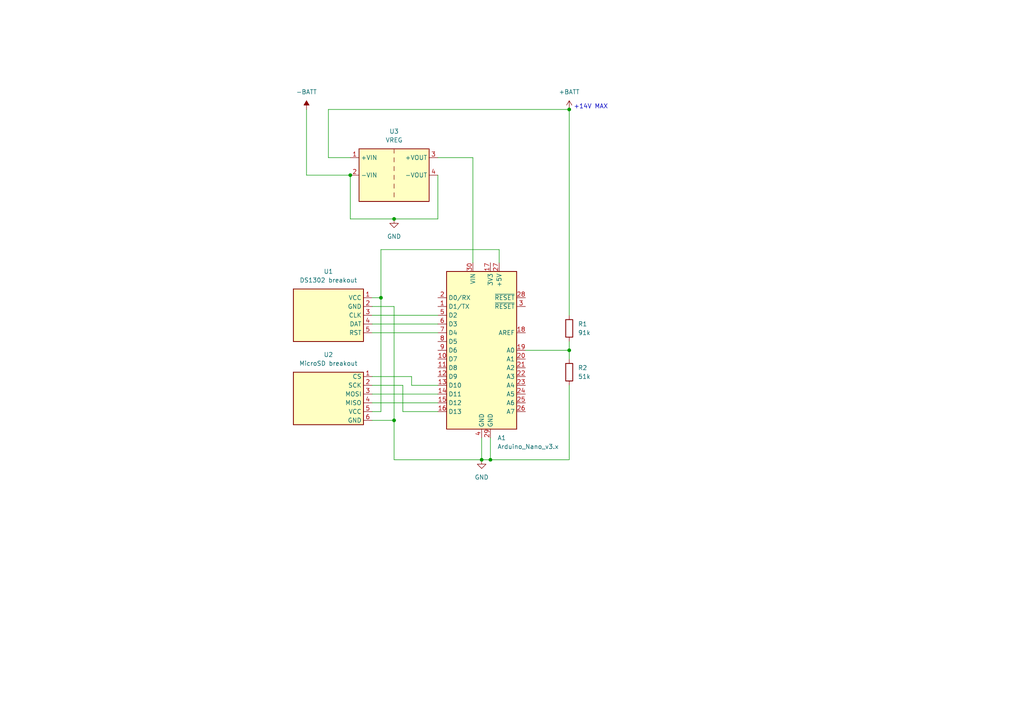
<source format=kicad_sch>
(kicad_sch (version 20211123) (generator eeschema)
  (paper "A4")
  (title_block (title "Automated battery voltage measurement system") (date "2022-04-06") (rev "1.0") (company "Purdue EPICS-SCAN"))
  (lib_symbols
    (symbol "Converter_DCDC:ISU0248S12"
      (property "Reference" "U?" (at 0 12.7 0))
      (property "Value" "ISU0248S12" (at 0 10.16 0))
      (symbol "ISU0248S12_0_1"
        (rectangle (start -10.16 7.62) (end 10.16 -7.62) (stroke (width 0.254)) (fill (type background)))
        (polyline (pts (xy 0 -5.08) (xy 0 -6.35)))
        (polyline (pts (xy 0 -2.54) (xy 0 -3.81)))
        (polyline (pts (xy 0 0) (xy 0 -1.27)))
        (polyline (pts (xy 0 2.54) (xy 0 1.27)))
        (polyline (pts (xy 0 5.08) (xy 0 3.81)))
        (polyline (pts (xy 0 7.62) (xy 0 6.35)))
      )
      (symbol "ISU0248S12_1_1"
        (pin power_in line (at -12.7 5.08 0) (length 2.54) (name "+VIN") (number "1"))
        (pin power_in line (at -12.7 0 0) (length 2.54) (name "-VIN") (number "2"))
        (pin power_out line (at 12.7 5.08 180) (length 2.54) (name "+VOUT") (number "3"))
        (pin power_out line (at 12.7 0 180) (length 2.54) (name "-VOUT") (number "4"))
        (pin no_connect line (at 10.16 -2.54 180) (length 2.54) hide (name "NC") (number "6"))
        (pin no_connect line (at 10.16 -5.08 180) (length 2.54) hide (name "NC") (number "7"))
      )
    )
    (symbol "DS1302+_1"
      (property "Reference" "U?" (at 0 12.7 0))
      (property "Value" "DS1302+_1" (at 0 10.16 0))
      (symbol "DS1302+_1_1_1"
        (rectangle (start -10.16 7.62) (end 10.16 -7.62) (stroke (width 0.254)) (fill (type background)))
        (pin input line (at -12.7 6.35 0) (length 2.54) (name "CS") (number "1"))
        (pin input line (at -12.7 3.81 0) (length 2.54) (name "SCK") (number "2"))
        (pin input line (at -12.7 1.27 0) (length 2.54) (name "MOSI") (number "3"))
        (pin input line (at -12.7 -1.27 0) (length 2.54) (name "MISO") (number "4"))
        (pin input line (at -12.7 -3.81 0) (length 2.54) (name "VCC") (number "5"))
        (pin power_in line (at -12.7 -6.35 0) (length 2.54) (name "GND") (number "6"))
      )
    )
    (symbol "Device:R" (pin_numbers hide) (pin_names (offset 0))
      (property "Reference" "R" (at 2.032 0 90))
      (property "Value" "R" (at 0 0 90))
      (symbol "R_0_1"
        (rectangle (start -1.016 -2.54) (end 1.016 2.54) (stroke (width 0.254)))
      )
      (symbol "R_1_1"
        (pin passive line (at 0 3.81 270) (length 1.27) (name "~") (number "1"))
        (pin passive line (at 0 -3.81 90) (length 1.27) (name "~") (number "2"))
      )
    )
    (symbol "MCU_Module:Arduino_Nano_v3.x"
      (property "Reference" "A" (at -10.16 23.495 0))
      (property "Value" "Arduino_Nano_v3.x" (at 5.08 -24.13 0))
      (symbol "Arduino_Nano_v3.x_0_1"
        (rectangle (start -10.16 22.86) (end 10.16 -22.86) (stroke (width 0.254)) (fill (type background)))
      )
      (symbol "Arduino_Nano_v3.x_1_1"
        (pin bidirectional line (at -12.7 12.7 0) (length 2.54) (name "D1/TX") (number "1"))
        (pin bidirectional line (at -12.7 -2.54 0) (length 2.54) (name "D7") (number "10"))
        (pin bidirectional line (at -12.7 -5.08 0) (length 2.54) (name "D8") (number "11"))
        (pin bidirectional line (at -12.7 -7.62 0) (length 2.54) (name "D9") (number "12"))
        (pin bidirectional line (at -12.7 -10.16 0) (length 2.54) (name "D10") (number "13"))
        (pin bidirectional line (at -12.7 -12.7 0) (length 2.54) (name "D11") (number "14"))
        (pin bidirectional line (at -12.7 -15.24 0) (length 2.54) (name "D12") (number "15"))
        (pin bidirectional line (at -12.7 -17.78 0) (length 2.54) (name "D13") (number "16"))
        (pin power_out line (at 2.54 25.4 270) (length 2.54) (name "3V3") (number "17"))
        (pin input line (at 12.7 5.08 180) (length 2.54) (name "AREF") (number "18"))
        (pin bidirectional line (at 12.7 0 180) (length 2.54) (name "A0") (number "19"))
        (pin bidirectional line (at -12.7 15.24 0) (length 2.54) (name "D0/RX") (number "2"))
        (pin bidirectional line (at 12.7 -2.54 180) (length 2.54) (name "A1") (number "20"))
        (pin bidirectional line (at 12.7 -5.08 180) (length 2.54) (name "A2") (number "21"))
        (pin bidirectional line (at 12.7 -7.62 180) (length 2.54) (name "A3") (number "22"))
        (pin bidirectional line (at 12.7 -10.16 180) (length 2.54) (name "A4") (number "23"))
        (pin bidirectional line (at 12.7 -12.7 180) (length 2.54) (name "A5") (number "24"))
        (pin bidirectional line (at 12.7 -15.24 180) (length 2.54) (name "A6") (number "25"))
        (pin bidirectional line (at 12.7 -17.78 180) (length 2.54) (name "A7") (number "26"))
        (pin power_out line (at 5.08 25.4 270) (length 2.54) (name "+5V") (number "27"))
        (pin input line (at 12.7 15.24 180) (length 2.54) (name "~{RESET}") (number "28"))
        (pin power_in line (at 2.54 -25.4 90) (length 2.54) (name "GND") (number "29"))
        (pin input line (at 12.7 12.7 180) (length 2.54) (name "~{RESET}") (number "3"))
        (pin power_in line (at -2.54 25.4 270) (length 2.54) (name "VIN") (number "30"))
        (pin power_in line (at 0 -25.4 90) (length 2.54) (name "GND") (number "4"))
        (pin bidirectional line (at -12.7 10.16 0) (length 2.54) (name "D2") (number "5"))
        (pin bidirectional line (at -12.7 7.62 0) (length 2.54) (name "D3") (number "6"))
        (pin bidirectional line (at -12.7 5.08 0) (length 2.54) (name "D4") (number "7"))
        (pin bidirectional line (at -12.7 2.54 0) (length 2.54) (name "D5") (number "8"))
        (pin bidirectional line (at -12.7 0 0) (length 2.54) (name "D6") (number "9"))
      )
    )
    (symbol "Timer_RTC:DS1302+"
      (property "Reference" "U?" (at 0 11.9507 0))
      (property "Value" "DS1302 breakout" (at 0 9.4107 0))
      (symbol "DS1302+_1_1"
        (rectangle (start -10.16 7.62) (end 10.16 -7.62) (stroke (width 0.254)) (fill (type background)))
        (pin power_in line (at -12.7 5.08 0) (length 2.54) (name "VCC") (number "1"))
        (pin power_in line (at -12.7 2.54 0) (length 2.54) (name "GND") (number "2"))
        (pin input line (at -12.7 0 0) (length 2.54) (name "CLK") (number "3"))
        (pin input line (at -12.7 -2.54 0) (length 2.54) (name "DAT") (number "4"))
        (pin input line (at -12.7 -5.08 0) (length 2.54) (name "RST") (number "5"))
      )
    )
    (symbol "power:+BATT" (power) (pin_names (offset 0))
      (property "Value" "+BATT" (at 0 3.556 0))
      (symbol "+BATT_0_1"
        (polyline (pts (xy -0.762 1.27) (xy 0 2.54)))
        (polyline (pts (xy 0 0) (xy 0 2.54)))
        (polyline (pts (xy 0 2.54) (xy 0.762 1.27)))
      )
      (symbol "+BATT_1_1"
        (pin power_in line (at 0 0 90) (length 0) hide (name "+BATT") (number "1"))
      )
    )
    (symbol "power:-BATT" (power) (pin_names (offset 0))
      (property "Value" "-BATT" (at 0 3.556 0))
      (symbol "-BATT_0_1"
        (polyline (pts (xy 0 0) (xy 0 2.54)))
        (polyline (pts (xy 0.762 1.27) (xy -0.762 1.27) (xy 0 2.54) (xy 0.762 1.27)) (fill (type outline)))
      )
      (symbol "-BATT_1_1"
        (pin power_in line (at 0 0 90) (length 0) hide (name "-BATT") (number "1"))
      )
    )
    (symbol "power:GND" (power) (pin_names (offset 0))
      (property "Value" "GND" (at 0 -3.81 0))
      (symbol "GND_0_1"
        (polyline (pts (xy 0 0) (xy 0 -1.27) (xy 1.27 -1.27) (xy 0 -2.54) (xy -1.27 -1.27) (xy 0 -1.27)))
      )
      (symbol "GND_1_1"
        (pin power_in line (at 0 0 270) (length 0) hide (name "GND") (number "1"))
      )
    )
  )
  (junction (at 165.1 31.75))
  (junction (at 165.1 101.6))
  (junction (at 101.6 50.8))
  (junction (at 142.24 133.35))
  (junction (at 114.3 63.5))
  (junction (at 110.49 86.36))
  (junction (at 114.3 121.92))
  (junction (at 139.7 133.35))
  (wire (pts (xy 101.6 63.5) (xy 114.3 63.5)))
  (wire (pts (xy 95.25 45.72) (xy 95.25 31.75)))
  (wire (pts (xy 116.84 111.76) (xy 116.84 119.38)))
  (wire (pts (xy 88.9 50.8) (xy 101.6 50.8)))
  (wire (pts (xy 165.1 111.76) (xy 165.1 133.35)))
  (wire (pts (xy 119.38 109.22) (xy 119.38 111.76)))
  (wire (pts (xy 114.3 88.9) (xy 114.3 121.92)))
  (wire (pts (xy 88.9 31.75) (xy 88.9 50.8)))
  (wire (pts (xy 107.95 121.92) (xy 114.3 121.92)))
  (wire (pts (xy 107.95 114.3) (xy 127 114.3)))
  (wire (pts (xy 110.49 119.38) (xy 110.49 86.36)))
  (wire (pts (xy 142.24 133.35) (xy 142.24 127)))
  (wire (pts (xy 107.95 88.9) (xy 114.3 88.9)))
  (wire (pts (xy 139.7 127) (xy 139.7 133.35)))
  (wire (pts (xy 165.1 99.06) (xy 165.1 101.6)))
  (wire (pts (xy 137.16 45.72) (xy 137.16 76.2)))
  (wire (pts (xy 107.95 111.76) (xy 116.84 111.76)))
  (wire (pts (xy 114.3 63.5) (xy 127 63.5)))
  (wire (pts (xy 114.3 133.35) (xy 139.7 133.35)))
  (wire (pts (xy 110.49 72.39) (xy 144.78 72.39)))
  (wire (pts (xy 165.1 31.75) (xy 165.1 91.44)))
  (wire (pts (xy 119.38 111.76) (xy 127 111.76)))
  (wire (pts (xy 95.25 45.72) (xy 101.6 45.72)))
  (wire (pts (xy 101.6 50.8) (xy 101.6 63.5)))
  (wire (pts (xy 139.7 133.35) (xy 142.24 133.35)))
  (wire (pts (xy 107.95 119.38) (xy 110.49 119.38)))
  (wire (pts (xy 165.1 101.6) (xy 165.1 104.14)))
  (wire (pts (xy 107.95 93.98) (xy 127 93.98)))
  (wire (pts (xy 114.3 121.92) (xy 114.3 133.35)))
  (wire (pts (xy 110.49 86.36) (xy 110.49 72.39)))
  (wire (pts (xy 107.95 86.36) (xy 110.49 86.36)))
  (wire (pts (xy 107.95 116.84) (xy 127 116.84)))
  (wire (pts (xy 116.84 119.38) (xy 127 119.38)))
  (wire (pts (xy 127 45.72) (xy 137.16 45.72)))
  (wire (pts (xy 127 63.5) (xy 127 50.8)))
  (wire (pts (xy 107.95 96.52) (xy 127 96.52)))
  (wire (pts (xy 107.95 109.22) (xy 119.38 109.22)))
  (wire (pts (xy 165.1 133.35) (xy 142.24 133.35)))
  (wire (pts (xy 152.4 101.6) (xy 165.1 101.6)))
  (wire (pts (xy 144.78 72.39) (xy 144.78 76.2)))
  (wire (pts (xy 107.95 91.44) (xy 127 91.44)))
  (wire (pts (xy 95.25 31.75) (xy 165.1 31.75)))
  (text "+14V MAX" (at 166.37 31.75 0) (effects (font (size 1.27 1.27)) (justify left bottom)))
  (symbol (lib_id "Timer_RTC:DS1302+") (at 95.25 91.44 0) (mirror y) (unit 1)
    (property "Reference" "U1" (at 95.25 78.74 0))
    (property "Value" "DS1302 breakout" (at 95.25 81.28 0))
    (property "Footprint" "Package_DIP:DIP-8_W7.62mm" (effects hide))
    (property "Datasheet" "https://datasheets.maximintegrated.com/en/ds/DS1302.pdf" (effects hide))
  )
  (symbol (lib_id "power:GND") (at 114.3 63.5 0) (unit 1)
    (property "Reference" "#PWR01" (effects hide))
    (property "Value" "GND" (at 114.3 68.58 0))
  )
  (symbol (lib_id "power:GND") (at 139.7 133.35 0) (unit 1)
    (property "Reference" "#PWR02" (effects hide))
    (property "Value" "GND" (at 139.7 138.43 0))
  )
  (symbol (lib_id "power:+BATT") (at 165.1 31.75 0) (unit 1)
    (property "Reference" "#PWR03" (effects hide))
    (property "Value" "+BATT" (at 165.1 26.67 0))
  )
  (symbol (lib_id "MCU_Module:Arduino_Nano_v3.x") (at 139.7 101.6 0) (unit 1)
    (property "Reference" "A1" (at 144.2594 127 0) (effects (justify left)))
    (property "Value" "Arduino_Nano_v3.x" (at 144.2594 129.54 0) (effects (justify left)))
    (property "Footprint" "Module:Arduino_Nano" (effects hide))
    (property "Datasheet" "http://www.mouser.com/pdfdocs/Gravitech_Arduino_Nano3_0.pdf" (effects hide))
  )
  (symbol (lib_id "Device:R") (at 165.1 107.95 0) (unit 1)
    (property "Reference" "R2" (at 167.64 106.6799 0) (effects (justify left)))
    (property "Value" "51k" (at 167.64 109.2199 0) (effects (justify left)))
  )
  (symbol (lib_id "Device:R") (at 165.1 95.25 0) (unit 1)
    (property "Reference" "R1" (at 167.64 93.9799 0) (effects (justify left)))
    (property "Value" "91k" (at 167.64 96.5199 0) (effects (justify left)))
  )
  (symbol (lib_name "DS1302+_1") (lib_id "Timer_RTC:DS1302+") (at 95.25 115.57 0) (mirror y) (unit 1)
    (property "Reference" "U2" (at 95.25 102.87 0))
    (property "Value" "MicroSD breakout" (at 95.25 105.41 0))
    (property "Footprint" "Package_DIP:DIP-8_W7.62mm" (effects hide))
    (property "Datasheet" "https://datasheets.maximintegrated.com/en/ds/DS1302.pdf" (effects hide))
  )
  (symbol (lib_id "Converter_DCDC:ISU0248S12") (at 114.3 50.8 0) (unit 1)
    (property "Reference" "U3" (at 114.3 38.1 0))
    (property "Value" "VREG" (at 114.3 40.64 0))
    (property "Footprint" "Converter_DCDC:Converter_DCDC_XP_POWER-ISU02_SMD" (effects hide))
    (property "Datasheet" "https://www.xppower.com/Portals/0/pdfs/SF_ISU02.pdf" (effects hide))
  )
  (symbol (lib_id "power:-BATT") (at 88.9 31.75 0) (unit 1)
    (property "Reference" "#PWR?" (effects hide))
    (property "Value" "-BATT" (at 88.9 26.67 0))
  )
)
</source>
